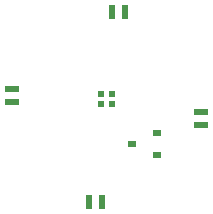
<source format=gbr>
%TF.GenerationSoftware,KiCad,Pcbnew,7.0.5*%
%TF.CreationDate,2023-06-19T13:42:10-05:00*%
%TF.ProjectId,VoidSwitch,566f6964-5377-4697-9463-682e6b696361,rev?*%
%TF.SameCoordinates,Original*%
%TF.FileFunction,Paste,Top*%
%TF.FilePolarity,Positive*%
%FSLAX46Y46*%
G04 Gerber Fmt 4.6, Leading zero omitted, Abs format (unit mm)*
G04 Created by KiCad (PCBNEW 7.0.5) date 2023-06-19 13:42:10*
%MOMM*%
%LPD*%
G01*
G04 APERTURE LIST*
%ADD10R,0.609600X1.193800*%
%ADD11R,1.193800X0.609600*%
%ADD12R,0.500000X0.500000*%
%ADD13R,0.800001X0.549999*%
G04 APERTURE END LIST*
D10*
%TO.C,GPIO*%
X148852999Y-88593500D03*
X149952999Y-88593500D03*
%TD*%
%TO.C,+5V*%
X148036201Y-104700000D03*
X146936201Y-104700000D03*
%TD*%
D11*
%TO.C,DOUT*%
X156400000Y-97067099D03*
X156400000Y-98167099D03*
%TD*%
%TO.C,DIN*%
X140393600Y-96250301D03*
X140393600Y-95150301D03*
%TD*%
D12*
%TO.C,D1*%
X147950000Y-96450000D03*
X148850000Y-96450000D03*
X148850000Y-95550000D03*
X147950000Y-95550000D03*
%TD*%
D13*
%TO.C,HE*%
X150500000Y-99800000D03*
X152700000Y-98850002D03*
X152700000Y-100750001D03*
%TD*%
M02*

</source>
